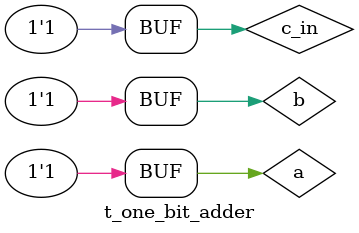
<source format=v>
module t_one_bit_adder();

reg a, b, c_in;
wire sum, c_out;

one_bit_adder adder(a, b, c_in, sum, c_out);

initial begin
  a = 0;
  b = 0;
  c_in = 0;
  $strobe("a=%b, b=%b, c_in=%b, sum=%b, c_out=%b", a, b, c_in, sum, c_out);
  #1
  a = 1;
  b = 0;
  c_in = 0;
  $strobe("a=%b, b=%b, c_in=%b, sum=%b, c_out=%b", a, b, c_in, sum, c_out);
  #1
  a = 0;
  b = 0;
  c_in = 1;
  $strobe("a=%b, b=%b, c_in=%b, sum=%b, c_out=%b", a, b, c_in, sum, c_out);
  #1
  a = 1;
  b = 1;
  c_in = 0;
  $strobe("a=%b, b=%b, c_in=%b, sum=%b, c_out=%b", a, b, c_in, sum, c_out);
  #1
  a = 1;
  b = 0;
  c_in = 1;
  $strobe("a=%b, b=%b, c_in=%b, sum=%b, c_out=%b", a, b, c_in, sum, c_out);
  #1
  a = 1;
  b = 1;
  c_in = 1;
  $strobe("a=%b, b=%b, c_in=%b, sum=%b, c_out=%b", a, b, c_in, sum, c_out);
end

endmodule

</source>
